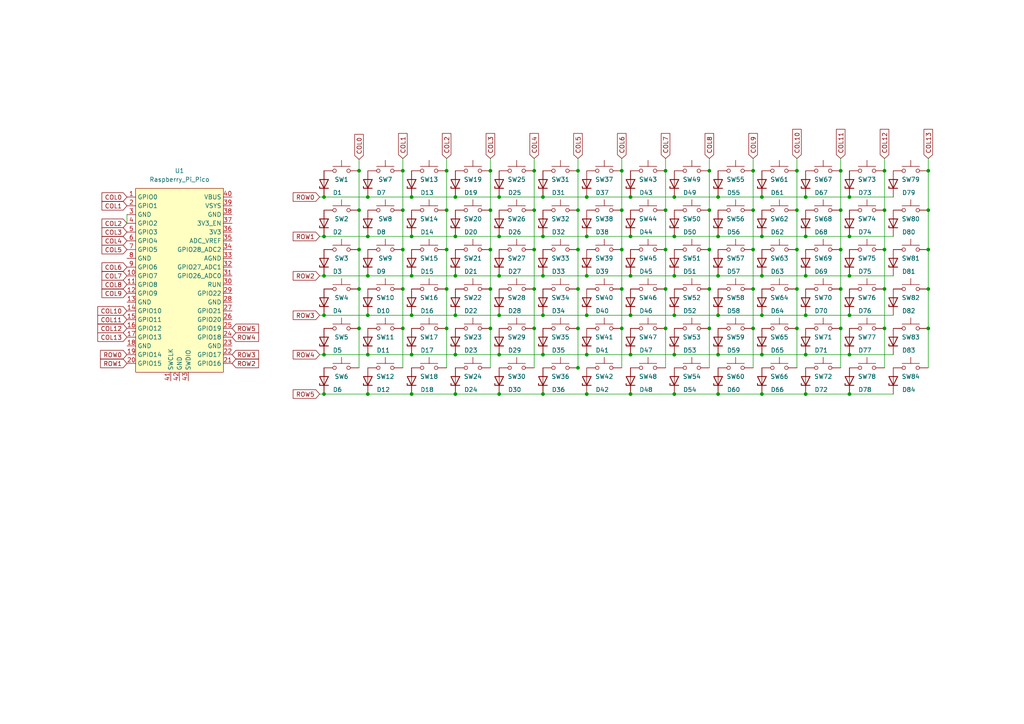
<source format=kicad_sch>
(kicad_sch (version 20231120) (generator "eeschema") (generator_version "8.0")
  (paper "A4")
  (junction (at 243.84 95.25))
  (junction (at 256.54 83.82))
  (junction (at 93.98 114.3))
  (junction (at 154.94 60.96))
  (junction (at 142.24 72.39))
  (junction (at 180.34 83.82))
  (junction (at 218.44 49.53))
  (junction (at 243.84 49.53))
  (junction (at 104.14 49.53))
  (junction (at 231.14 72.39))
  (junction (at 129.54 60.96))
  (junction (at 106.68 114.3))
  (junction (at 157.48 114.3))
  (junction (at 119.38 68.58))
  (junction (at 205.74 83.82))
  (junction (at 119.38 114.3))
  (junction (at 218.44 60.96))
  (junction (at 170.18 68.58))
  (junction (at 116.84 72.39))
  (junction (at 233.68 114.3))
  (junction (at 193.04 83.82))
  (junction (at 132.08 102.87))
  (junction (at 132.08 68.58))
  (junction (at 182.88 114.3))
  (junction (at 205.74 95.25))
  (junction (at 233.68 91.44))
  (junction (at 154.94 72.39))
  (junction (at 231.14 60.96))
  (junction (at 157.48 91.44))
  (junction (at 180.34 95.25))
  (junction (at 182.88 80.01))
  (junction (at 104.14 95.25))
  (junction (at 205.74 49.53))
  (junction (at 205.74 72.39))
  (junction (at 231.14 95.25))
  (junction (at 167.64 95.25))
  (junction (at 167.64 60.96))
  (junction (at 116.84 49.53))
  (junction (at 119.38 57.15))
  (junction (at 231.14 83.82))
  (junction (at 246.38 102.87))
  (junction (at 144.78 114.3))
  (junction (at 116.84 83.82))
  (junction (at 193.04 49.53))
  (junction (at 167.64 49.53))
  (junction (at 132.08 80.01))
  (junction (at 106.68 68.58))
  (junction (at 233.68 80.01))
  (junction (at 157.48 57.15))
  (junction (at 167.64 83.82))
  (junction (at 208.28 80.01))
  (junction (at 129.54 83.82))
  (junction (at 246.38 57.15))
  (junction (at 144.78 102.87))
  (junction (at 119.38 80.01))
  (junction (at 170.18 114.3))
  (junction (at 246.38 114.3))
  (junction (at 256.54 72.39))
  (junction (at 208.28 114.3))
  (junction (at 208.28 91.44))
  (junction (at 182.88 68.58))
  (junction (at 180.34 60.96))
  (junction (at 193.04 60.96))
  (junction (at 144.78 57.15))
  (junction (at 154.94 83.82))
  (junction (at 208.28 57.15))
  (junction (at 243.84 83.82))
  (junction (at 220.98 91.44))
  (junction (at 157.48 102.87))
  (junction (at 93.98 57.15))
  (junction (at 233.68 68.58))
  (junction (at 167.64 72.39))
  (junction (at 129.54 95.25))
  (junction (at 144.78 68.58))
  (junction (at 193.04 72.39))
  (junction (at 246.38 68.58))
  (junction (at 256.54 60.96))
  (junction (at 233.68 57.15))
  (junction (at 116.84 95.25))
  (junction (at 119.38 91.44))
  (junction (at 195.58 80.01))
  (junction (at 170.18 102.87))
  (junction (at 144.78 80.01))
  (junction (at 154.94 95.25))
  (junction (at 193.04 95.25))
  (junction (at 182.88 102.87))
  (junction (at 269.24 49.53))
  (junction (at 93.98 102.87))
  (junction (at 106.68 102.87))
  (junction (at 170.18 91.44))
  (junction (at 93.98 80.01))
  (junction (at 104.14 83.82))
  (junction (at 195.58 68.58))
  (junction (at 116.84 60.96))
  (junction (at 195.58 102.87))
  (junction (at 195.58 57.15))
  (junction (at 220.98 114.3))
  (junction (at 132.08 57.15))
  (junction (at 157.48 80.01))
  (junction (at 170.18 80.01))
  (junction (at 208.28 102.87))
  (junction (at 220.98 68.58))
  (junction (at 180.34 72.39))
  (junction (at 119.38 102.87))
  (junction (at 142.24 60.96))
  (junction (at 182.88 91.44))
  (junction (at 220.98 102.87))
  (junction (at 154.94 49.53))
  (junction (at 195.58 114.3))
  (junction (at 269.24 95.25))
  (junction (at 218.44 95.25))
  (junction (at 132.08 91.44))
  (junction (at 205.74 60.96))
  (junction (at 231.14 49.53))
  (junction (at 218.44 83.82))
  (junction (at 246.38 91.44))
  (junction (at 269.24 72.39))
  (junction (at 106.68 91.44))
  (junction (at 243.84 60.96))
  (junction (at 144.78 91.44))
  (junction (at 208.28 68.58))
  (junction (at 269.24 83.82))
  (junction (at 233.68 102.87))
  (junction (at 218.44 72.39))
  (junction (at 170.18 57.15))
  (junction (at 129.54 49.53))
  (junction (at 93.98 68.58))
  (junction (at 93.98 91.44))
  (junction (at 132.08 114.3))
  (junction (at 256.54 49.53))
  (junction (at 243.84 72.39))
  (junction (at 195.58 91.44))
  (junction (at 104.14 72.39))
  (junction (at 269.24 60.96))
  (junction (at 142.24 95.25))
  (junction (at 180.34 49.53))
  (junction (at 104.14 60.96))
  (junction (at 256.54 95.25))
  (junction (at 106.68 57.15))
  (junction (at 246.38 80.01))
  (junction (at 142.24 83.82))
  (junction (at 220.98 80.01))
  (junction (at 182.88 57.15))
  (junction (at 106.68 80.01))
  (junction (at 167.64 106.68))
  (junction (at 129.54 72.39))
  (junction (at 142.24 49.53))
  (junction (at 157.48 68.58))
  (junction (at 220.98 57.15))
  (wire (pts (xy 182.88 68.58) (xy 195.58 68.58)))
  (wire (pts (xy 205.74 83.82) (xy 205.74 95.25)))
  (wire (pts (xy 195.58 114.3) (xy 208.28 114.3)))
  (wire (pts (xy 243.84 72.39) (xy 243.84 83.82)))
  (wire (pts (xy 193.04 45.974) (xy 193.04 49.53)))
  (wire (pts (xy 154.94 49.53) (xy 154.94 60.96)))
  (wire (pts (xy 157.48 102.87) (xy 170.18 102.87)))
  (wire (pts (xy 231.14 83.82) (xy 231.14 95.25)))
  (wire (pts (xy 106.68 102.87) (xy 119.38 102.87)))
  (wire (pts (xy 116.84 45.974) (xy 116.84 49.53)))
  (wire (pts (xy 220.98 68.58) (xy 233.68 68.58)))
  (wire (pts (xy 269.24 49.53) (xy 269.24 60.96)))
  (wire (pts (xy 132.08 80.01) (xy 144.78 80.01)))
  (wire (pts (xy 195.58 57.15) (xy 208.28 57.15)))
  (wire (pts (xy 93.98 57.15) (xy 106.68 57.15)))
  (wire (pts (xy 93.98 114.3) (xy 106.68 114.3)))
  (wire (pts (xy 208.28 68.58) (xy 220.98 68.58)))
  (wire (pts (xy 180.34 49.53) (xy 180.34 60.96)))
  (wire (pts (xy 132.08 57.15) (xy 144.78 57.15)))
  (wire (pts (xy 231.14 60.96) (xy 231.14 72.39)))
  (wire (pts (xy 116.84 60.96) (xy 116.84 72.39)))
  (wire (pts (xy 119.38 102.87) (xy 132.08 102.87)))
  (wire (pts (xy 256.54 83.82) (xy 256.54 95.25)))
  (wire (pts (xy 195.58 80.01) (xy 208.28 80.01)))
  (wire (pts (xy 195.58 102.87) (xy 208.28 102.87)))
  (wire (pts (xy 246.38 80.01) (xy 259.08 80.01)))
  (wire (pts (xy 92.71 102.87) (xy 93.98 102.87)))
  (wire (pts (xy 256.54 72.39) (xy 256.54 83.82)))
  (wire (pts (xy 269.24 83.82) (xy 269.24 95.25)))
  (wire (pts (xy 129.54 45.974) (xy 129.54 49.53)))
  (wire (pts (xy 205.74 49.53) (xy 205.74 60.96)))
  (wire (pts (xy 208.28 91.44) (xy 220.98 91.44)))
  (wire (pts (xy 231.14 72.39) (xy 231.14 83.82)))
  (wire (pts (xy 104.14 72.39) (xy 104.14 83.82)))
  (wire (pts (xy 246.38 91.44) (xy 259.08 91.44)))
  (wire (pts (xy 180.34 95.25) (xy 180.34 106.68)))
  (wire (pts (xy 180.34 60.96) (xy 180.34 72.39)))
  (wire (pts (xy 205.74 45.974) (xy 205.74 49.53)))
  (wire (pts (xy 129.54 72.39) (xy 129.54 83.82)))
  (wire (pts (xy 170.18 102.87) (xy 182.88 102.87)))
  (wire (pts (xy 119.38 80.01) (xy 132.08 80.01)))
  (wire (pts (xy 208.28 114.3) (xy 220.98 114.3)))
  (wire (pts (xy 144.78 80.01) (xy 157.48 80.01)))
  (wire (pts (xy 93.98 102.87) (xy 106.68 102.87)))
  (wire (pts (xy 157.48 114.3) (xy 170.18 114.3)))
  (wire (pts (xy 269.24 95.25) (xy 269.24 106.68)))
  (wire (pts (xy 116.84 49.53) (xy 116.84 60.96)))
  (wire (pts (xy 170.18 68.58) (xy 182.88 68.58)))
  (wire (pts (xy 119.38 68.58) (xy 132.08 68.58)))
  (wire (pts (xy 233.68 68.58) (xy 246.38 68.58)))
  (wire (pts (xy 157.48 80.01) (xy 170.18 80.01)))
  (wire (pts (xy 218.44 49.53) (xy 218.44 60.96)))
  (wire (pts (xy 231.14 95.25) (xy 231.14 106.68)))
  (wire (pts (xy 231.14 49.53) (xy 231.14 60.96)))
  (wire (pts (xy 231.14 45.974) (xy 231.14 49.53)))
  (wire (pts (xy 180.34 72.39) (xy 180.34 83.82)))
  (wire (pts (xy 269.24 72.39) (xy 269.24 83.82)))
  (wire (pts (xy 233.68 91.44) (xy 246.38 91.44)))
  (wire (pts (xy 167.64 45.974) (xy 167.64 49.53)))
  (wire (pts (xy 154.94 72.39) (xy 154.94 83.82)))
  (wire (pts (xy 157.48 57.15) (xy 170.18 57.15)))
  (wire (pts (xy 132.08 68.58) (xy 144.78 68.58)))
  (wire (pts (xy 243.84 83.82) (xy 243.84 95.25)))
  (wire (pts (xy 246.38 57.15) (xy 259.08 57.15)))
  (wire (pts (xy 104.14 60.96) (xy 104.14 72.39)))
  (wire (pts (xy 157.48 91.44) (xy 170.18 91.44)))
  (wire (pts (xy 170.18 91.44) (xy 182.88 91.44)))
  (wire (pts (xy 92.71 68.58) (xy 93.98 68.58)))
  (wire (pts (xy 142.24 72.39) (xy 142.24 83.82)))
  (wire (pts (xy 154.94 60.96) (xy 154.94 72.39)))
  (wire (pts (xy 119.38 91.44) (xy 132.08 91.44)))
  (wire (pts (xy 93.98 80.01) (xy 106.68 80.01)))
  (wire (pts (xy 167.64 106.68) (xy 167.64 106.934)))
  (wire (pts (xy 154.94 45.974) (xy 154.94 49.53)))
  (wire (pts (xy 36.83 64.77) (xy 36.83 62.23)))
  (wire (pts (xy 193.04 95.25) (xy 193.04 106.68)))
  (wire (pts (xy 195.58 91.44) (xy 208.28 91.44)))
  (wire (pts (xy 243.84 95.25) (xy 243.84 106.68)))
  (wire (pts (xy 119.38 57.15) (xy 132.08 57.15)))
  (wire (pts (xy 93.98 91.44) (xy 106.68 91.44)))
  (wire (pts (xy 256.54 60.96) (xy 256.54 72.39)))
  (wire (pts (xy 205.74 95.25) (xy 205.74 106.68)))
  (wire (pts (xy 154.94 95.25) (xy 154.94 106.68)))
  (wire (pts (xy 218.44 45.974) (xy 218.44 49.53)))
  (wire (pts (xy 144.78 68.58) (xy 157.48 68.58)))
  (wire (pts (xy 246.38 68.58) (xy 259.08 68.58)))
  (wire (pts (xy 142.24 49.53) (xy 142.24 60.96)))
  (wire (pts (xy 205.74 72.39) (xy 205.74 83.82)))
  (wire (pts (xy 233.68 80.01) (xy 246.38 80.01)))
  (wire (pts (xy 92.71 91.44) (xy 93.98 91.44)))
  (wire (pts (xy 218.44 72.39) (xy 218.44 83.82)))
  (wire (pts (xy 104.14 46.228) (xy 104.14 49.53)))
  (wire (pts (xy 269.24 45.974) (xy 269.24 49.53)))
  (wire (pts (xy 218.44 60.96) (xy 218.44 72.39)))
  (wire (pts (xy 167.64 49.53) (xy 167.64 60.96)))
  (wire (pts (xy 129.54 60.96) (xy 129.54 72.39)))
  (wire (pts (xy 104.14 95.25) (xy 104.14 106.68)))
  (wire (pts (xy 220.98 102.87) (xy 233.68 102.87)))
  (wire (pts (xy 182.88 80.01) (xy 195.58 80.01)))
  (wire (pts (xy 142.24 60.96) (xy 142.24 72.39)))
  (wire (pts (xy 167.64 83.82) (xy 167.64 95.25)))
  (wire (pts (xy 106.68 91.44) (xy 119.38 91.44)))
  (wire (pts (xy 243.84 45.974) (xy 243.84 49.53)))
  (wire (pts (xy 144.78 114.3) (xy 157.48 114.3)))
  (wire (pts (xy 182.88 57.15) (xy 195.58 57.15)))
  (wire (pts (xy 144.78 102.87) (xy 157.48 102.87)))
  (wire (pts (xy 170.18 114.3) (xy 182.88 114.3)))
  (wire (pts (xy 132.08 102.87) (xy 144.78 102.87)))
  (wire (pts (xy 233.68 114.3) (xy 246.38 114.3)))
  (wire (pts (xy 154.94 83.82) (xy 154.94 95.25)))
  (wire (pts (xy 116.84 72.39) (xy 116.84 83.82)))
  (wire (pts (xy 246.38 114.3) (xy 259.08 114.3)))
  (wire (pts (xy 170.18 57.15) (xy 182.88 57.15)))
  (wire (pts (xy 167.64 60.96) (xy 167.64 72.39)))
  (wire (pts (xy 220.98 114.3) (xy 233.68 114.3)))
  (wire (pts (xy 142.24 45.974) (xy 142.24 49.53)))
  (wire (pts (xy 104.14 49.53) (xy 104.14 60.96)))
  (wire (pts (xy 104.14 83.82) (xy 104.14 95.25)))
  (wire (pts (xy 142.24 83.82) (xy 142.24 95.25)))
  (wire (pts (xy 144.78 57.15) (xy 157.48 57.15)))
  (wire (pts (xy 106.68 68.58) (xy 119.38 68.58)))
  (wire (pts (xy 167.64 95.25) (xy 167.64 106.68)))
  (wire (pts (xy 208.28 57.15) (xy 220.98 57.15)))
  (wire (pts (xy 92.71 80.01) (xy 93.98 80.01)))
  (wire (pts (xy 129.54 49.53) (xy 129.54 60.96)))
  (wire (pts (xy 92.71 114.3) (xy 93.98 114.3)))
  (wire (pts (xy 180.34 45.974) (xy 180.34 49.53)))
  (wire (pts (xy 106.68 114.3) (xy 119.38 114.3)))
  (wire (pts (xy 208.28 102.87) (xy 220.98 102.87)))
  (wire (pts (xy 218.44 95.25) (xy 218.44 106.68)))
  (wire (pts (xy 246.38 102.87) (xy 259.08 102.87)))
  (wire (pts (xy 106.68 57.15) (xy 119.38 57.15)))
  (wire (pts (xy 243.84 60.96) (xy 243.84 72.39)))
  (wire (pts (xy 129.54 83.82) (xy 129.54 95.25)))
  (wire (pts (xy 269.24 60.96) (xy 269.24 72.39)))
  (wire (pts (xy 220.98 80.01) (xy 233.68 80.01)))
  (wire (pts (xy 93.98 68.58) (xy 106.68 68.58)))
  (wire (pts (xy 132.08 91.44) (xy 144.78 91.44)))
  (wire (pts (xy 233.68 102.87) (xy 246.38 102.87)))
  (wire (pts (xy 180.34 83.82) (xy 180.34 95.25)))
  (wire (pts (xy 167.64 72.39) (xy 167.64 83.82)))
  (wire (pts (xy 256.54 49.53) (xy 256.54 60.96)))
  (wire (pts (xy 193.04 72.39) (xy 193.04 83.82)))
  (wire (pts (xy 220.98 91.44) (xy 233.68 91.44)))
  (wire (pts (xy 220.98 57.15) (xy 233.68 57.15)))
  (wire (pts (xy 119.38 114.3) (xy 132.08 114.3)))
  (wire (pts (xy 218.44 83.82) (xy 218.44 95.25)))
  (wire (pts (xy 92.71 57.15) (xy 93.98 57.15)))
  (wire (pts (xy 182.88 114.3) (xy 195.58 114.3)))
  (wire (pts (xy 182.88 102.87) (xy 195.58 102.87)))
  (wire (pts (xy 193.04 60.96) (xy 193.04 72.39)))
  (wire (pts (xy 144.78 91.44) (xy 157.48 91.44)))
  (wire (pts (xy 132.08 114.3) (xy 144.78 114.3)))
  (wire (pts (xy 193.04 49.53) (xy 193.04 60.96)))
  (wire (pts (xy 157.48 68.58) (xy 170.18 68.58)))
  (wire (pts (xy 170.18 80.01) (xy 182.88 80.01)))
  (wire (pts (xy 193.04 83.82) (xy 193.04 95.25)))
  (wire (pts (xy 195.58 68.58) (xy 208.28 68.58)))
  (wire (pts (xy 116.84 95.25) (xy 116.84 106.68)))
  (wire (pts (xy 106.68 80.01) (xy 119.38 80.01)))
  (wire (pts (xy 129.54 95.25) (xy 129.54 106.68)))
  (wire (pts (xy 182.88 91.44) (xy 195.58 91.44)))
  (wire (pts (xy 243.84 49.53) (xy 243.84 60.96)))
  (wire (pts (xy 256.54 95.25) (xy 256.54 106.68)))
  (wire (pts (xy 116.84 83.82) (xy 116.84 95.25)))
  (wire (pts (xy 205.74 60.96) (xy 205.74 72.39)))
  (wire (pts (xy 208.28 80.01) (xy 220.98 80.01)))
  (wire (pts (xy 142.24 95.25) (xy 142.24 106.68)))
  (wire (pts (xy 233.68 57.15) (xy 246.38 57.15)))
  (wire (pts (xy 256.54 45.974) (xy 256.54 49.53)))
  (global_label "ROW3" (shape input) (at 92.71 91.44 180) (property "Intersheetrefs" "${INTERSHEET_REFS}" (effects (hide yes))))
  (global_label "COL0" (shape input) (at 36.83 57.15 180) (property "Intersheetrefs" "${INTERSHEET_REFS}" (effects (hide yes))))
  (global_label "COL8" (shape input) (at 205.74 45.974 90) (property "Intersheetrefs" "${INTERSHEET_REFS}" (effects (hide yes))))
  (global_label "COL6" (shape input) (at 36.83 77.47 180) (property "Intersheetrefs" "${INTERSHEET_REFS}" (effects (hide yes))))
  (global_label "ROW4" (shape input) (at 67.31 97.79 0) (property "Intersheetrefs" "${INTERSHEET_REFS}" (effects (hide yes))))
  (global_label "COL2" (shape input) (at 36.83 64.77 180) (property "Intersheetrefs" "${INTERSHEET_REFS}" (effects (hide yes))))
  (global_label "COL8" (shape input) (at 36.83 82.55 180) (property "Intersheetrefs" "${INTERSHEET_REFS}" (effects (hide yes))))
  (global_label "COL9" (shape input) (at 218.44 45.974 90) (property "Intersheetrefs" "${INTERSHEET_REFS}" (effects (hide yes))))
  (global_label "COL11" (shape input) (at 36.83 92.71 180) (property "Intersheetrefs" "${INTERSHEET_REFS}" (effects (hide yes))))
  (global_label "ROW1" (shape input) (at 36.83 105.41 180) (property "Intersheetrefs" "${INTERSHEET_REFS}" (effects (hide yes))))
  (global_label "COL0" (shape input) (at 104.14 46.228 90) (property "Intersheetrefs" "${INTERSHEET_REFS}" (effects (hide yes))))
  (global_label "COL9" (shape input) (at 36.83 85.09 180) (property "Intersheetrefs" "${INTERSHEET_REFS}" (effects (hide yes))))
  (global_label "COL1" (shape input) (at 36.83 59.69 180) (property "Intersheetrefs" "${INTERSHEET_REFS}" (effects (hide yes))))
  (global_label "ROW4" (shape input) (at 92.71 102.87 180) (property "Intersheetrefs" "${INTERSHEET_REFS}" (effects (hide yes))))
  (global_label "ROW1" (shape input) (at 92.71 68.58 180) (property "Intersheetrefs" "${INTERSHEET_REFS}" (effects (hide yes))))
  (global_label "COL4" (shape input) (at 36.83 69.85 180) (property "Intersheetrefs" "${INTERSHEET_REFS}" (effects (hide yes))))
  (global_label "COL4" (shape input) (at 154.94 45.974 90) (property "Intersheetrefs" "${INTERSHEET_REFS}" (effects (hide yes))))
  (global_label "COL6" (shape input) (at 180.34 45.974 90) (property "Intersheetrefs" "${INTERSHEET_REFS}" (effects (hide yes))))
  (global_label "COL12" (shape input) (at 36.83 95.25 180) (property "Intersheetrefs" "${INTERSHEET_REFS}" (effects (hide yes))))
  (global_label "COL10" (shape input) (at 36.83 90.17 180) (property "Intersheetrefs" "${INTERSHEET_REFS}" (effects (hide yes))))
  (global_label "ROW5" (shape input) (at 67.31 95.25 0) (property "Intersheetrefs" "${INTERSHEET_REFS}" (effects (hide yes))))
  (global_label "COL13" (shape input) (at 269.24 45.974 90) (property "Intersheetrefs" "${INTERSHEET_REFS}" (effects (hide yes))))
  (global_label "ROW0" (shape input) (at 92.71 57.15 180) (property "Intersheetrefs" "${INTERSHEET_REFS}" (effects (hide yes))))
  (global_label "ROW2" (shape input) (at 92.71 80.01 180) (property "Intersheetrefs" "${INTERSHEET_REFS}" (effects (hide yes))))
  (global_label "ROW2" (shape input) (at 67.31 105.41 0) (property "Intersheetrefs" "${INTERSHEET_REFS}" (effects (hide yes))))
  (global_label "ROW0" (shape input) (at 36.83 102.87 180) (property "Intersheetrefs" "${INTERSHEET_REFS}" (effects (hide yes))))
  (global_label "COL3" (shape input) (at 36.83 67.31 180) (property "Intersheetrefs" "${INTERSHEET_REFS}" (effects (hide yes))))
  (global_label "COL1" (shape input) (at 116.84 45.974 90) (property "Intersheetrefs" "${INTERSHEET_REFS}" (effects (hide yes))))
  (global_label "COL11" (shape input) (at 243.84 45.974 90) (property "Intersheetrefs" "${INTERSHEET_REFS}" (effects (hide yes))))
  (global_label "COL5" (shape input) (at 36.83 72.39 180) (property "Intersheetrefs" "${INTERSHEET_REFS}" (effects (hide yes))))
  (global_label "COL7" (shape input) (at 193.04 45.974 90) (property "Intersheetrefs" "${INTERSHEET_REFS}" (effects (hide yes))))
  (global_label "COL5" (shape input) (at 167.64 45.974 90) (property "Intersheetrefs" "${INTERSHEET_REFS}" (effects (hide yes))))
  (global_label "COL12" (shape input) (at 256.54 45.974 90) (property "Intersheetrefs" "${INTERSHEET_REFS}" (effects (hide yes))))
  (global_label "ROW5" (shape input) (at 92.71 114.3 180) (property "Intersheetrefs" "${INTERSHEET_REFS}" (effects (hide yes))))
  (global_label "COL3" (shape input) (at 142.24 45.974 90) (property "Intersheetrefs" "${INTERSHEET_REFS}" (effects (hide yes))))
  (global_label "COL13" (shape input) (at 36.83 97.79 180) (property "Intersheetrefs" "${INTERSHEET_REFS}" (effects (hide yes))))
  (global_label "COL2" (shape input) (at 129.54 45.974 90) (property "Intersheetrefs" "${INTERSHEET_REFS}" (effects (hide yes))))
  (global_label "ROW3" (shape input) (at 67.31 102.87 0) (property "Intersheetrefs" "${INTERSHEET_REFS}" (effects (hide yes))))
  (global_label "COL10" (shape input) (at 231.14 45.974 90) (property "Intersheetrefs" "${INTERSHEET_REFS}" (effects (hide yes))))
  (global_label "COL7" (shape input) (at 36.83 80.01 180) (property "Intersheetrefs" "${INTERSHEET_REFS}" (effects (hide yes))))
  (symbol (lib_id "Switch:SW_Push") (at 251.46 83.82 0) (unit 1)
    (property "Reference" "SW76" (at 251.46 86.36 0))
    (property "Value" "Push" (effects (hide yes)))
    (property "Footprint" "Gateron_KS33_Solderable:Gateron-KS33-Solderable-1U" (effects (hide yes)))
  )
  (symbol (lib_id "Diode:1N47xxA") (at 208.28 76.2 90) (unit 1)
    (property "Reference" "D57" (at 210.82 78.74 90) (effects (justify right)))
    (property "Value" "1N47xxA" (effects (hide yes)))
    (property "Footprint" "ScottoKeebs_Components:Diode_SOD-123" (effects (hide yes)))
    (property "Datasheet" "https://www.vishay.com/docs/85816/1n4728a.pdf" (effects (hide yes)))
  )
  (symbol (lib_id "Switch:SW_Push") (at 175.26 49.53 0) (unit 1)
    (property "Reference" "SW37" (at 175.26 52.07 0))
    (property "Value" "Push" (effects (hide yes)))
    (property "Footprint" "Gateron_KS33_Solderable:Gateron-KS33-Solderable-1U" (effects (hide yes)))
  )
  (symbol (lib_id "Diode:1N47xxA") (at 208.28 110.49 90) (unit 1)
    (property "Reference" "D60" (at 210.82 113.03 90) (effects (justify right)))
    (property "Value" "1N47xxA" (effects (hide yes)))
    (property "Footprint" "ScottoKeebs_Components:Diode_SOD-123" (effects (hide yes)))
    (property "Datasheet" "https://www.vishay.com/docs/85816/1n4728a.pdf" (effects (hide yes)))
  )
  (symbol (lib_id "Diode:1N47xxA") (at 119.38 110.49 90) (unit 1)
    (property "Reference" "D18" (at 121.92 113.03 90) (effects (justify right)))
    (property "Value" "1N47xxA" (effects (hide yes)))
    (property "Footprint" "ScottoKeebs_Components:Diode_SOD-123" (effects (hide yes)))
    (property "Datasheet" "https://www.vishay.com/docs/85816/1n4728a.pdf" (effects (hide yes)))
  )
  (symbol (lib_id "Switch:SW_Push") (at 187.96 95.25 0) (unit 1)
    (property "Reference" "SW47" (at 187.96 97.79 0))
    (property "Value" "Push" (effects (hide yes)))
    (property "Footprint" "Gateron_KS33_Solderable:Gateron-KS33-Solderable-1U" (effects (hide yes)))
  )
  (symbol (lib_id "Switch:SW_Push") (at 149.86 83.82 0) (unit 1)
    (property "Reference" "SW28" (at 149.86 86.36 0))
    (property "Value" "Push" (effects (hide yes)))
    (property "Footprint" "Gateron_KS33_Solderable:Gateron-KS33-Solderable-1U" (effects (hide yes)))
  )
  (symbol (lib_id "Switch:SW_Push") (at 162.56 106.68 0) (unit 1)
    (property "Reference" "SW36" (at 162.56 109.22 0))
    (property "Value" "Push" (effects (hide yes)))
    (property "Footprint" "Gateron_KS33_Solderable:Gateron-KS33-Solderable-1U" (effects (hide yes)))
  )
  (symbol (lib_id "Diode:1N47xxA") (at 132.08 87.63 90) (unit 1)
    (property "Reference" "D22" (at 134.62 90.17 90) (effects (justify right)))
    (property "Value" "1N47xxA" (effects (hide yes)))
    (property "Footprint" "ScottoKeebs_Components:Diode_SOD-123" (effects (hide yes)))
    (property "Datasheet" "https://www.vishay.com/docs/85816/1n4728a.pdf" (effects (hide yes)))
  )
  (symbol (lib_id "Switch:SW_Push") (at 111.76 72.39 0) (unit 1)
    (property "Reference" "SW9" (at 111.76 74.93 0))
    (property "Value" "Push" (effects (hide yes)))
    (property "Footprint" "Gateron_KS33_Solderable:Gateron-KS33-Solderable-1U" (effects (hide yes)))
  )
  (symbol (lib_id "Switch:SW_Push") (at 238.76 49.53 0) (unit 1)
    (property "Reference" "SW67" (at 238.76 52.07 0))
    (property "Value" "Push" (effects (hide yes)))
    (property "Footprint" "Gateron_KS33_Solderable:Gateron-KS33-Solderable-1U" (effects (hide yes)))
  )
  (symbol (lib_id "Diode:1N47xxA") (at 106.68 99.06 90) (unit 1)
    (property "Reference" "D11" (at 109.22 101.6 90) (effects (justify right)))
    (property "Value" "1N47xxA" (effects (hide yes)))
    (property "Footprint" "ScottoKeebs_Components:Diode_SOD-123" (effects (hide yes)))
    (property "Datasheet" "https://www.vishay.com/docs/85816/1n4728a.pdf" (effects (hide yes)))
  )
  (symbol (lib_id "Switch:SW_Push") (at 238.76 106.68 0) (unit 1)
    (property "Reference" "SW72" (at 238.76 109.22 0))
    (property "Value" "Push" (effects (hide yes)))
    (property "Footprint" "Gateron_KS33_Solderable:Gateron-KS33-Solderable-1U" (effects (hide yes)))
  )
  (symbol (lib_id "Diode:1N47xxA") (at 246.38 76.2 90) (unit 1)
    (property "Reference" "D75" (at 248.92 78.74 90) (effects (justify right)))
    (property "Value" "1N47xxA" (effects (hide yes)))
    (property "Footprint" "ScottoKeebs_Components:Diode_SOD-123" (effects (hide yes)))
    (property "Datasheet" "https://www.vishay.com/docs/85816/1n4728a.pdf" (effects (hide yes)))
  )
  (symbol (lib_id "Diode:1N47xxA") (at 144.78 76.2 90) (unit 1)
    (property "Reference" "D27" (at 147.32 78.74 90) (effects (justify right)))
    (property "Value" "1N47xxA" (effects (hide yes)))
    (property "Footprint" "ScottoKeebs_Components:Diode_SOD-123" (effects (hide yes)))
    (property "Datasheet" "https://www.vishay.com/docs/85816/1n4728a.pdf" (effects (hide yes)))
  )
  (symbol (lib_id "Switch:SW_Push") (at 111.76 95.25 0) (unit 1)
    (property "Reference" "SW11" (at 111.76 97.79 0))
    (property "Value" "Push" (effects (hide yes)))
    (property "Footprint" "Gateron_KS33_Solderable:Gateron-KS33-Solderable-1U" (effects (hide yes)))
  )
  (symbol (lib_id "Switch:SW_Push") (at 213.36 60.96 0) (unit 1)
    (property "Reference" "SW56" (at 213.36 63.5 0))
    (property "Value" "Push" (effects (hide yes)))
    (property "Footprint" "Gateron_KS33_Solderable:Gateron-KS33-Solderable-1U" (effects (hide yes)))
  )
  (symbol (lib_id "Switch:SW_Push") (at 99.06 95.25 0) (unit 1)
    (property "Reference" "SW5" (at 99.06 97.79 0))
    (property "Value" "Push" (effects (hide yes)))
    (property "Footprint" "Gateron_KS33_Solderable:Gateron-KS33-Solderable-1U" (effects (hide yes)))
  )
  (symbol (lib_id "Diode:1N47xxA") (at 233.68 110.49 90) (unit 1)
    (property "Reference" "D72" (at 236.22 113.03 90) (effects (justify right)))
    (property "Value" "1N47xxA" (effects (hide yes)))
    (property "Footprint" "ScottoKeebs_Components:Diode_SOD-123" (effects (hide yes)))
    (property "Datasheet" "https://www.vishay.com/docs/85816/1n4728a.pdf" (effects (hide yes)))
  )
  (symbol (lib_id "Switch:SW_Push") (at 187.96 60.96 0) (unit 1)
    (property "Reference" "SW44" (at 187.96 63.5 0))
    (property "Value" "Push" (effects (hide yes)))
    (property "Footprint" "Gateron_KS33_Solderable:Gateron-KS33-Solderable-1U" (effects (hide yes)))
  )
  (symbol (lib_id "Switch:SW_Push") (at 99.06 60.96 0) (unit 1)
    (property "Reference" "SW2" (at 99.06 63.5 0))
    (property "Value" "Push" (effects (hide yes)))
    (property "Footprint" "Gateron_KS33_Solderable:Gateron-KS33-Solderable-1U" (effects (hide yes)))
  )
  (symbol (lib_id "Diode:1N47xxA") (at 195.58 99.06 90) (unit 1)
    (property "Reference" "D53" (at 198.12 101.6 90) (effects (justify right)))
    (property "Value" "1N47xxA" (effects (hide yes)))
    (property "Footprint" "ScottoKeebs_Components:Diode_SOD-123" (effects (hide yes)))
    (property "Datasheet" "https://www.vishay.com/docs/85816/1n4728a.pdf" (effects (hide yes)))
  )
  (symbol (lib_id "Diode:1N47xxA") (at 170.18 64.77 90) (unit 1)
    (property "Reference" "D38" (at 172.72 67.31 90) (effects (justify right)))
    (property "Value" "1N47xxA" (effects (hide yes)))
    (property "Footprint" "ScottoKeebs_Components:Diode_SOD-123" (effects (hide yes)))
    (property "Datasheet" "https://www.vishay.com/docs/85816/1n4728a.pdf" (effects (hide yes)))
  )
  (symbol (lib_id "Diode:1N47xxA") (at 246.38 64.77 90) (unit 1)
    (property "Reference" "D74" (at 248.92 67.31 90) (effects (justify right)))
    (property "Value" "1N47xxA" (effects (hide yes)))
    (property "Footprint" "ScottoKeebs_Components:Diode_SOD-123" (effects (hide yes)))
    (property "Datasheet" "https://www.vishay.com/docs/85816/1n4728a.pdf" (effects (hide yes)))
  )
  (symbol (lib_id "Diode:1N47xxA") (at 246.38 87.63 90) (unit 1)
    (property "Reference" "D76" (at 248.92 90.17 90) (effects (justify right)))
    (property "Value" "1N47xxA" (effects (hide yes)))
    (property "Footprint" "ScottoKeebs_Components:Diode_SOD-123" (effects (hide yes)))
    (property "Datasheet" "https://www.vishay.com/docs/85816/1n4728a.pdf" (effects (hide yes)))
  )
  (symbol (lib_id "Switch:SW_Push") (at 226.06 72.39 0) (unit 1)
    (property "Reference" "SW63" (at 226.06 74.93 0))
    (property "Value" "Push" (effects (hide yes)))
    (property "Footprint" "Gateron_KS33_Solderable:Gateron-KS33-Solderable-1U" (effects (hide yes)))
  )
  (symbol (lib_id "Diode:1N47xxA") (at 132.08 53.34 90) (unit 1)
    (property "Reference" "D19" (at 134.62 55.88 90) (effects (justify right)))
    (property "Value" "1N47xxA" (effects (hide yes)))
    (property "Footprint" "ScottoKeebs_Components:Diode_SOD-123" (effects (hide yes)))
    (property "Datasheet" "https://www.vishay.com/docs/85816/1n4728a.pdf" (effects (hide yes)))
  )
  (symbol (lib_id "Switch:SW_Push") (at 226.06 95.25 0) (unit 1)
    (property "Reference" "SW65" (at 226.06 97.79 0))
    (property "Value" "Push" (effects (hide yes)))
    (property "Footprint" "Gateron_KS33_Solderable:Gateron-KS33-Solderable-1U" (effects (hide yes)))
  )
  (symbol (lib_id "Switch:SW_Push") (at 111.76 83.82 0) (unit 1)
    (property "Reference" "SW10" (at 111.76 86.36 0))
    (property "Value" "Push" (effects (hide yes)))
    (property "Footprint" "Gateron_KS33_Solderable:Gateron-KS33-Solderable-1U" (effects (hide yes)))
  )
  (symbol (lib_id "Diode:1N47xxA") (at 233.68 64.77 90) (unit 1)
    (property "Reference" "D68" (at 236.22 67.31 90) (effects (justify right)))
    (property "Value" "1N47xxA" (effects (hide yes)))
    (property "Footprint" "ScottoKeebs_Components:Diode_SOD-123" (effects (hide yes)))
    (property "Datasheet" "https://www.vishay.com/docs/85816/1n4728a.pdf" (effects (hide yes)))
  )
  (symbol (lib_id "Switch:SW_Push") (at 137.16 60.96 0) (unit 1)
    (property "Reference" "SW20" (at 137.16 63.5 0))
    (property "Value" "Push" (effects (hide yes)))
    (property "Footprint" "Gateron_KS33_Solderable:Gateron-KS33-Solderable-1U" (effects (hide yes)))
  )
  (symbol (lib_id "Diode:1N47xxA") (at 170.18 53.34 90) (unit 1)
    (property "Reference" "D37" (at 172.72 55.88 90) (effects (justify right)))
    (property "Value" "1N47xxA" (effects (hide yes)))
    (property "Footprint" "ScottoKeebs_Components:Diode_SOD-123" (effects (hide yes)))
    (property "Datasheet" "https://www.vishay.com/docs/85816/1n4728a.pdf" (effects (hide yes)))
  )
  (symbol (lib_id "Switch:SW_Push") (at 226.06 60.96 0) (unit 1)
    (property "Reference" "SW62" (at 226.06 63.5 0))
    (property "Value" "Push" (effects (hide yes)))
    (property "Footprint" "Gateron_KS33_Solderable:Gateron-KS33-Solderable-1U" (effects (hide yes)))
  )
  (symbol (lib_id "Switch:SW_Push") (at 264.16 60.96 0) (unit 1)
    (property "Reference" "SW80" (at 264.16 63.5 0))
    (property "Value" "Push" (effects (hide yes)))
    (property "Footprint" "Gateron_KS33_Solderable:Gateron-KS33-Solderable-1U" (effects (hide yes)))
  )
  (symbol (lib_id "ScottoKeebs:MCU_Raspberry_Pi_Pico") (at 52.07 81.28 0) (unit 1)
    (property "Reference" "U1" (at 52.07 49.53 0))
    (property "Value" "Raspberry_Pi_Pico" (at 52.07 52.07 0))
    (property "Footprint" "ScottoKeebs_MCU:Raspberry_Pi_Pico" (effects (hide yes)))
  )
  (symbol (lib_id "Diode:1N47xxA") (at 233.68 87.63 90) (unit 1)
    (property "Reference" "D70" (at 236.22 90.17 90) (effects (justify right)))
    (property "Value" "1N47xxA" (effects (hide yes)))
    (property "Footprint" "ScottoKeebs_Components:Diode_SOD-123" (effects (hide yes)))
    (property "Datasheet" "https://www.vishay.com/docs/85816/1n4728a.pdf" (effects (hide yes)))
  )
  (symbol (lib_id "Switch:SW_Push") (at 99.06 106.68 0) (unit 1)
    (property "Reference" "SW6" (at 99.06 109.22 0))
    (property "Value" "Push" (effects (hide yes)))
    (property "Footprint" "Gateron_KS33_Solderable:Gateron-KS33-Solderable-1U" (effects (hide yes)))
  )
  (symbol (lib_id "Switch:SW_Push") (at 226.06 83.82 0) (unit 1)
    (property "Reference" "SW64" (at 226.06 86.36 0))
    (property "Value" "Push" (effects (hide yes)))
    (property "Footprint" "Gateron_KS33_Solderable:Gateron-KS33-Solderable-1U" (effects (hide yes)))
  )
  (symbol (lib_id "Switch:SW_Push") (at 175.26 95.25 0) (unit 1)
    (property "Reference" "SW41" (at 175.26 97.79 0))
    (property "Value" "Push" (effects (hide yes)))
    (property "Footprint" "Gateron_KS33_Solderable:Gateron-KS33-Solderable-1U" (effects (hide yes)))
  )
  (symbol (lib_id "Switch:SW_Push") (at 264.16 49.53 0) (unit 1)
    (property "Reference" "SW79" (at 264.16 52.07 0))
    (property "Value" "Push" (effects (hide yes)))
    (property "Footprint" "Gateron_KS33_Solderable:Gateron-KS33-Solderable-1U" (effects (hide yes)))
  )
  (symbol (lib_id "Diode:1N47xxA") (at 132.08 64.77 90) (unit 1)
    (property "Reference" "D20" (at 134.62 67.31 90) (effects (justify right)))
    (property "Value" "1N47xxA" (effects (hide yes)))
    (property "Footprint" "ScottoKeebs_Components:Diode_SOD-123" (effects (hide yes)))
    (property "Datasheet" "https://www.vishay.com/docs/85816/1n4728a.pdf" (effects (hide yes)))
  )
  (symbol (lib_id "Diode:1N47xxA") (at 106.68 110.49 90) (unit 1)
    (property "Reference" "D12" (at 109.22 113.03 90) (effects (justify right)))
    (property "Value" "1N47xxA" (effects (hide yes)))
    (property "Footprint" "ScottoKeebs_Components:Diode_SOD-123" (effects (hide yes)))
    (property "Datasheet" "https://www.vishay.com/docs/85816/1n4728a.pdf" (effects (hide yes)))
  )
  (symbol (lib_id "Diode:1N47xxA") (at 220.98 76.2 90) (unit 1)
    (property "Reference" "D63" (at 223.52 78.74 90) (effects (justify right)))
    (property "Value" "1N47xxA" (effects (hide yes)))
    (property "Footprint" "ScottoKeebs_Components:Diode_SOD-123" (effects (hide yes)))
    (property "Datasheet" "https://www.vishay.com/docs/85816/1n4728a.pdf" (effects (hide yes)))
  )
  (symbol (lib_id "Diode:1N47xxA") (at 182.88 87.63 90) (unit 1)
    (property "Reference" "D46" (at 185.42 90.17 90) (effects (justify right)))
    (property "Value" "1N47xxA" (effects (hide yes)))
    (property "Footprint" "ScottoKeebs_Components:Diode_SOD-123" (effects (hide yes)))
    (property "Datasheet" "https://www.vishay.com/docs/85816/1n4728a.pdf" (effects (hide yes)))
  )
  (symbol (lib_id "Switch:SW_Push") (at 149.86 49.53 0) (unit 1)
    (property "Reference" "SW25" (at 149.86 52.07 0))
    (property "Value" "Push" (effects (hide yes)))
    (property "Footprint" "Gateron_KS33_Solderable:Gateron-KS33-Solderable-1U" (effects (hide yes)))
  )
  (symbol (lib_id "Switch:SW_Push") (at 200.66 72.39 0) (unit 1)
    (property "Reference" "SW51" (at 200.66 74.93 0))
    (property "Value" "Push" (effects (hide yes)))
    (property "Footprint" "Gateron_KS33_Solderable:Gateron-KS33-Solderable-1U" (effects (hide yes)))
  )
  (symbol (lib_id "Diode:1N47xxA") (at 220.98 110.49 90) (unit 1)
    (property "Reference" "D66" (at 223.52 113.03 90) (effects (justify right)))
    (property "Value" "1N47xxA" (effects (hide yes)))
    (property "Footprint" "ScottoKeebs_Components:Diode_SOD-123" (effects (hide yes)))
    (property "Datasheet" "https://www.vishay.com/docs/85816/1n4728a.pdf" (effects (hide yes)))
  )
  (symbol (lib_id "Diode:1N47xxA") (at 106.68 76.2 90) (unit 1)
    (property "Reference" "D9" (at 109.22 78.74 90) (effects (justify right)))
    (property "Value" "1N47xxA" (effects (hide yes)))
    (property "Footprint" "ScottoKeebs_Components:Diode_SOD-123" (effects (hide yes)))
    (property "Datasheet" "https://www.vishay.com/docs/85816/1n4728a.pdf" (effects (hide yes)))
  )
  (symbol (lib_id "Switch:SW_Push") (at 213.36 72.39 0) (unit 1)
    (property "Reference" "SW57" (at 213.36 74.93 0))
    (property "Value" "Push" (effects (hide yes)))
    (property "Footprint" "Gateron_KS33_Solderable:Gateron-KS33-Solderable-1U" (effects (hide yes)))
  )
  (symbol (lib_id "Switch:SW_Push") (at 124.46 95.25 0) (unit 1)
    (property "Reference" "SW17" (at 124.46 97.79 0))
    (property "Value" "Push" (effects (hide yes)))
    (property "Footprint" "Gateron_KS33_Solderable:Gateron-KS33-Solderable-1U" (effects (hide yes)))
  )
  (symbol (lib_id "Diode:1N47xxA") (at 93.98 99.06 90) (unit 1)
    (property "Reference" "D5" (at 96.52 101.6 90) (effects (justify right)))
    (property "Value" "1N47xxA" (effects (hide yes)))
    (property "Footprint" "ScottoKeebs_Components:Diode_SOD-123" (effects (hide yes)))
    (property "Datasheet" "https://www.vishay.com/docs/85816/1n4728a.pdf" (effects (hide yes)))
  )
  (symbol (lib_id "Switch:SW_Push") (at 264.16 95.25 0) (unit 1)
    (property "Reference" "SW83" (at 264.16 97.79 0))
    (property "Value" "Push" (effects (hide yes)))
    (property "Footprint" "Gateron_KS33_Solderable:Gateron-KS33-Solderable-1U" (effects (hide yes)))
  )
  (symbol (lib_id "Switch:SW_Push") (at 264.16 106.68 0) (unit 1)
    (property "Reference" "SW84" (at 264.16 109.22 0))
    (property "Value" "Push" (effects (hide yes)))
    (property "Footprint" "Gateron_KS33_Solderable:Gateron-KS33-Solderable-1U" (effects (hide yes)))
  )
  (symbol (lib_id "Switch:SW_Push") (at 99.06 83.82 0) (unit 1)
    (property "Reference" "SW4" (at 99.06 86.36 0))
    (property "Value" "Push" (effects (hide yes)))
    (property "Footprint" "Gateron_KS33_Solderable:Gateron-KS33-Solderable-1U" (effects (hide yes)))
  )
  (symbol (lib_id "Switch:SW_Push") (at 137.16 83.82 0) (unit 1)
    (property "Reference" "SW22" (at 137.16 86.36 0))
    (property "Value" "Push" (effects (hide yes)))
    (property "Footprint" "Gateron_KS33_Solderable:Gateron-KS33-Solderable-1U" (effects (hide yes)))
  )
  (symbol (lib_id "Diode:1N47xxA") (at 195.58 76.2 90) (unit 1)
    (property "Reference" "D51" (at 198.12 78.74 90) (effects (justify right)))
    (property "Value" "1N47xxA" (effects (hide yes)))
    (property "Footprint" "ScottoKeebs_Components:Diode_SOD-123" (effects (hide yes)))
    (property "Datasheet" "https://www.vishay.com/docs/85816/1n4728a.pdf" (effects (hide yes)))
  )
  (symbol (lib_id "Switch:SW_Push") (at 124.46 72.39 0) (unit 1)
    (property "Reference" "SW15" (at 124.46 74.93 0))
    (property "Value" "Push" (effects (hide yes)))
    (property "Footprint" "Gateron_KS33_Solderable:Gateron-KS33-Solderable-1U" (effects (hide yes)))
  )
  (symbol (lib_id "Switch:SW_Push") (at 124.46 106.68 0) (unit 1)
    (property "Reference" "SW18" (at 124.46 109.22 0))
    (property "Value" "Push" (effects (hide yes)))
    (property "Footprint" "Gateron_KS33_Solderable:Gateron-KS33-Solderable-1U" (effects (hide yes)))
  )
  (symbol (lib_id "Switch:SW_Push") (at 264.16 72.39 0) (unit 1)
    (property "Reference" "SW81" (at 264.16 74.93 0))
    (property "Value" "Push" (effects (hide yes)))
    (property "Footprint" "Gateron_KS33_Solderable:Gateron-KS33-Solderable-1U" (effects (hide yes)))
  )
  (symbol (lib_id "Diode:1N47xxA") (at 144.78 53.34 90) (unit 1)
    (property "Reference" "D25" (at 147.32 55.88 90) (effects (justify right)))
    (property "Value" "1N47xxA" (effects (hide yes)))
    (property "Footprint" "ScottoKeebs_Components:Diode_SOD-123" (effects (hide yes)))
    (property "Datasheet" "https://www.vishay.com/docs/85816/1n4728a.pdf" (effects (hide yes)))
  )
  (symbol (lib_id "Diode:1N47xxA") (at 170.18 110.49 90) (unit 1)
    (property "Reference" "D42" (at 172.72 113.03 90) (effects (justify right)))
    (property "Value" "1N47xxA" (effects (hide yes)))
    (property "Footprint" "ScottoKeebs_Components:Diode_SOD-123" (effects (hide yes)))
    (property "Datasheet" "https://www.vishay.com/docs/85816/1n4728a.pdf" (effects (hide yes)))
  )
  (symbol (lib_id "Switch:SW_Push") (at 137.16 49.53 0) (unit 1)
    (property "Reference" "SW19" (at 137.16 52.07 0))
    (property "Value" "Push" (effects (hide yes)))
    (property "Footprint" "Gateron_KS33_Solderable:Gateron-KS33-Solderable-1U" (effects (hide yes)))
  )
  (symbol (lib_id "Switch:SW_Push") (at 175.26 106.68 0) (unit 1)
    (property "Reference" "SW42" (at 175.26 109.22 0))
    (property "Value" "Push" (effects (hide yes)))
    (property "Footprint" "Gateron_KS33_Solderable:Gateron-KS33-Solderable-1U" (effects (hide yes)))
  )
  (symbol (lib_id "Switch:SW_Push") (at 111.76 106.68 0) (unit 1)
    (property "Reference" "SW12" (at 111.76 109.22 0))
    (property "Value" "Push" (effects (hide yes)))
    (property "Footprint" "Gateron_KS33_Solderable:Gateron-KS33-Solderable-1U" (effects (hide yes)))
  )
  (symbol (lib_id "Diode:1N47xxA") (at 119.38 64.77 90) (unit 1)
    (property "Reference" "D14" (at 121.92 67.31 90) (effects (justify right)))
    (property "Value" "1N47xxA" (effects (hide yes)))
    (property "Footprint" "ScottoKeebs_Components:Diode_SOD-123" (effects (hide yes)))
    (property "Datasheet" "https://www.vishay.com/docs/85816/1n4728a.pdf" (effects (hide yes)))
  )
  (symbol (lib_id "Diode:1N47xxA") (at 233.68 99.06 90) (unit 1)
    (property "Reference" "D71" (at 236.22 101.6 90) (effects (justify right)))
    (property "Value" "1N47xxA" (effects (hide yes)))
    (property "Footprint" "ScottoKeebs_Components:Diode_SOD-123" (effects (hide yes)))
    (property "Datasheet" "https://www.vishay.com/docs/85816/1n4728a.pdf" (effects (hide yes)))
  )
  (symbol (lib_id "Switch:SW_Push") (at 137.16 72.39 0) (unit 1)
    (property "Reference" "SW21" (at 137.16 74.93 0))
    (property "Value" "Push" (effects (hide yes)))
    (property "Footprint" "Gateron_KS33_Solderable:Gateron-KS33-Solderable-1U" (effects (hide yes)))
  )
  (symbol (lib_id "Switch:SW_Push") (at 200.66 83.82 0) (unit 1)
    (property "Reference" "SW52" (at 200.66 86.36 0))
    (property "Value" "Push" (effects (hide yes)))
    (property "Footprint" "Gateron_KS33_Solderable:Gateron-KS33-Solderable-1U" (effects (hide yes)))
  )
  (symbol (lib_id "Diode:1N47xxA") (at 220.98 64.77 90) (unit 1)
    (property "Reference" "D62" (at 223.52 67.31 90) (effects (justify right)))
    (property "Value" "1N47xxA" (effects (hide yes)))
    (property "Footprint" "ScottoKeebs_Components:Diode_SOD-123" (effects (hide yes)))
    (property "Datasheet" "https://www.vishay.com/docs/85816/1n4728a.pdf" (effects (hide yes)))
  )
  (symbol (lib_id "Switch:SW_Push") (at 213.36 49.53 0) (unit 1)
    (property "Reference" "SW55" (at 213.36 52.07 0))
    (property "Value" "Push" (effects (hide yes)))
    (property "Footprint" "Gateron_KS33_Solderable:Gateron-KS33-Solderable-1U" (effects (hide yes)))
  )
  (symbol (lib_id "Switch:SW_Push") (at 175.26 60.96 0) (unit 1)
    (property "Reference" "SW38" (at 175.26 63.5 0))
    (property "Value" "Push" (effects (hide yes)))
    (property "Footprint" "Gateron_KS33_Solderable:Gateron-KS33-Solderable-1U" (effects (hide yes)))
  )
  (symbol (lib_id "Switch:SW_Push") (at 187.96 106.68 0) (unit 1)
    (property "Reference" "SW48" (at 187.96 109.22 0))
    (property "Value" "Push" (effects (hide yes)))
    (property "Footprint" "Gateron_KS33_Solderable:Gateron-KS33-Solderable-1U" (effects (hide yes)))
  )
  (symbol (lib_id "Switch:SW_Push") (at 238.76 95.25 0) (unit 1)
    (property "Reference" "SW71" (at 238.76 97.79 0))
    (property "Value" "Push" (effects (hide yes)))
    (property "Footprint" "Gateron_KS33_Solderable:Gateron-KS33-Solderable-1U" (effects (hide yes)))
  )
  (symbol (lib_id "Diode:1N47xxA") (at 259.08 53.34 90) (unit 1)
    (property "Reference" "D79" (at 261.62 55.88 90) (effects (justify right)))
    (property "Value" "1N47xxA" (effects (hide yes)))
    (property "Footprint" "ScottoKeebs_Components:Diode_SOD-123" (effects (hide yes)))
    (property "Datasheet" "https://www.vishay.com/docs/85816/1n4728a.pdf" (effects (hide yes)))
  )
  (symbol (lib_id "Diode:1N47xxA") (at 182.88 64.77 90) (unit 1)
    (property "Reference" "D44" (at 185.42 67.31 90) (effects (justify right)))
    (property "Value" "1N47xxA" (effects (hide yes)))
    (property "Footprint" "ScottoKeebs_Components:Diode_SOD-123" (effects (hide yes)))
    (property "Datasheet" "https://www.vishay.com/docs/85816/1n4728a.pdf" (effects (hide yes)))
  )
  (symbol (lib_id "Diode:1N47xxA") (at 259.08 110.49 90) (unit 1)
    (property "Reference" "D84" (at 261.62 113.03 90) (effects (justify right)))
    (property "Value" "1N47xxA" (effects (hide yes)))
    (property "Footprint" "ScottoKeebs_Components:Diode_SOD-123" (effects (hide yes)))
    (property "Datasheet" "https://www.vishay.com/docs/85816/1n4728a.pdf" (effects (hide yes)))
  )
  (symbol (lib_id "Switch:SW_Push") (at 175.26 83.82 0) (unit 1)
    (property "Reference" "SW40" (at 175.26 86.36 0))
    (property "Value" "Push" (effects (hide yes)))
    (property "Footprint" "Gateron_KS33_Solderable:Gateron-KS33-Solderable-1U" (effects (hide yes)))
  )
  (symbol (lib_id "Switch:SW_Push") (at 187.96 49.53 0) (unit 1)
    (property "Reference" "SW43" (at 187.96 52.07 0))
    (property "Value" "Push" (effects (hide yes)))
    (property "Footprint" "Gateron_KS33_Solderable:Gateron-KS33-Solderable-1U" (effects (hide yes)))
  )
  (symbol (lib_id "Diode:1N47xxA") (at 208.28 87.63 90) (unit 1)
    (property "Reference" "D58" (at 210.82 90.17 90) (effects (justify right)))
    (property "Value" "1N47xxA" (effects (hide yes)))
    (property "Footprint" "ScottoKeebs_Components:Diode_SOD-123" (effects (hide yes)))
    (property "Datasheet" "https://www.vishay.com/docs/85816/1n4728a.pdf" (effects (hide yes)))
  )
  (symbol (lib_id "Diode:1N47xxA") (at 144.78 110.49 90) (unit 1)
    (property "Reference" "D30" (at 147.32 113.03 90) (effects (justify right)))
    (property "Value" "1N47xxA" (effects (hide yes)))
    (property "Footprint" "ScottoKeebs_Components:Diode_SOD-123" (effects (hide yes)))
    (property "Datasheet" "https://www.vishay.com/docs/85816/1n4728a.pdf" (effects (hide yes)))
  )
  (symbol (lib_id "Diode:1N47xxA") (at 157.48 87.63 90) (unit 1)
    (property "Reference" "D34" (at 160.02 90.17 90) (effects (justify right)))
    (property "Value" "1N47xxA" (effects (hide yes)))
    (property "Footprint" "ScottoKeebs_Components:Diode_SOD-123" (effects (hide yes)))
    (property "Datasheet" "https://www.vishay.com/docs/85816/1n4728a.pdf" (effects (hide yes)))
  )
  (symbol (lib_id "Switch:SW_Push") (at 175.26 72.39 0) (unit 1)
    (property "Reference" "SW39" (at 175.26 74.93 0))
    (property "Value" "Push" (effects (hide yes)))
    (property "Footprint" "Gateron_KS33_Solderable:Gateron-KS33-Solderable-1U" (effects (hide yes)))
  )
  (symbol (lib_id "Switch:SW_Push") (at 200.66 106.68 0) (unit 1)
    (property "Reference" "SW54" (at 200.66 109.22 0))
    (property "Value" "Push" (effects (hide yes)))
    (property "Footprint" "Gateron_KS33_Solderable:Gateron-KS33-Solderable-1U" (effects (hide yes)))
  )
  (symbol (lib_id "Switch:SW_Push") (at 251.46 95.25 0) (unit 1)
    (property "Reference" "SW77" (at 251.46 97.79 0))
    (property "Value" "Push" (effects (hide yes)))
    (property "Footprint" "Gateron_KS33_Solderable:Gateron-KS33-Solderable-1U" (effects (hide yes)))
  )
  (symbol (lib_id "Diode:1N47xxA") (at 208.28 64.77 90) (unit 1)
    (property "Reference" "D56" (at 210.82 67.31 90) (effects (justify right)))
    (property "Value" "1N47xxA" (effects (hide yes)))
    (property "Footprint" "ScottoKeebs_Components:Diode_SOD-123" (effects (hide yes)))
    (property "Datasheet" "https://www.vishay.com/docs/85816/1n4728a.pdf" (effects (hide yes)))
  )
  (symbol (lib_id "Switch:SW_Push") (at 251.46 60.96 0) (unit 1)
    (property "Reference" "SW74" (at 251.46 63.5 0))
    (property "Value" "Push" (effects (hide yes)))
    (property "Footprint" "Gateron_KS33_Solderable:Gateron-KS33-Solderable-1U" (effects (hide yes)))
  )
  (symbol (lib_id "Diode:1N47xxA") (at 119.38 99.06 90) (unit 1)
    (property "Reference" "D17" (at 121.92 101.6 90) (effects (justify right)))
    (property "Value" "1N47xxA" (effects (hide yes)))
    (property "Footprint" "ScottoKeebs_Components:Diode_SOD-123" (effects (hide yes)))
    (property "Datasheet" "https://www.vishay.com/docs/85816/1n4728a.pdf" (effects (hide yes)))
  )
  (symbol (lib_id "Switch:SW_Push") (at 200.66 60.96 0) (unit 1)
    (property "Reference" "SW50" (at 200.66 63.5 0))
    (property "Value" "Push" (effects (hide yes)))
    (property "Footprint" "Gateron_KS33_Solderable:Gateron-KS33-Solderable-1U" (effects (hide yes)))
  )
  (symbol (lib_id "Diode:1N47xxA") (at 246.38 53.34 90) (unit 1)
    (property "Reference" "D73" (at 248.92 55.88 90) (effects (justify right)))
    (property "Value" "1N47xxA" (effects (hide yes)))
    (property "Footprint" "ScottoKeebs_Components:Diode_SOD-123" (effects (hide yes)))
    (property "Datasheet" "https://www.vishay.com/docs/85816/1n4728a.pdf" (effects (hide yes)))
  )
  (symbol (lib_id "Diode:1N47xxA") (at 246.38 110.49 90) (unit 1)
    (property "Reference" "D78" (at 248.92 113.03 90) (effects (justify right)))
    (property "Value" "1N47xxA" (effects (hide yes)))
    (property "Footprint" "ScottoKeebs_Components:Diode_SOD-123" (effects (hide yes)))
    (property "Datasheet" "https://www.vishay.com/docs/85816/1n4728a.pdf" (effects (hide yes)))
  )
  (symbol (lib_id "Diode:1N47xxA") (at 157.48 64.77 90) (unit 1)
    (property "Reference" "D32" (at 160.02 67.31 90) (effects (justify right)))
    (property "Value" "1N47xxA" (effects (hide yes)))
    (property "Footprint" "ScottoKeebs_Components:Diode_SOD-123" (effects (hide yes)))
    (property "Datasheet" "https://www.vishay.com/docs/85816/1n4728a.pdf" (effects (hide yes)))
  )
  (symbol (lib_id "Switch:SW_Push") (at 213.36 83.82 0) (unit 1)
    (property "Reference" "SW58" (at 213.36 86.36 0))
    (property "Value" "Push" (effects (hide yes)))
    (property "Footprint" "Gateron_KS33_Solderable:Gateron-KS33-Solderable-1U" (effects (hide yes)))
  )
  (symbol (lib_id "Diode:1N47xxA") (at 220.98 53.34 90) (unit 1)
    (property "Reference" "D61" (at 223.52 55.88 90) (effects (justify right)))
    (property "Value" "1N47xxA" (effects (hide yes)))
    (property "Footprint" "ScottoKeebs_Components:Diode_SOD-123" (effects (hide yes)))
    (property "Datasheet" "https://www.vishay.com/docs/85816/1n4728a.pdf" (effects (hide yes)))
  )
  (symbol (lib_id "Diode:1N47xxA") (at 220.98 99.06 90) (unit 1)
    (property "Reference" "D65" (at 223.52 101.6 90) (effects (justify right)))
    (property "Value" "1N47xxA" (effects (hide yes)))
    (property "Footprint" "ScottoKeebs_Components:Diode_SOD-123" (effects (hide yes)))
    (property "Datasheet" "https://www.vishay.com/docs/85816/1n4728a.pdf" (effects (hide yes)))
  )
  (symbol (lib_id "Diode:1N47xxA") (at 182.88 110.49 90) (unit 1)
    (property "Reference" "D48" (at 185.42 113.03 90) (effects (justify right)))
    (property "Value" "1N47xxA" (effects (hide yes)))
    (property "Footprint" "ScottoKeebs_Components:Diode_SOD-123" (effects (hide yes)))
    (property "Datasheet" "https://www.vishay.com/docs/85816/1n4728a.pdf" (effects (hide yes)))
  )
  (symbol (lib_id "Diode:1N47xxA") (at 195.58 87.63 90) (unit 1)
    (property "Reference" "D52" (at 198.12 90.17 90) (effects (justify right)))
    (property "Value" "1N47xxA" (effects (hide yes)))
    (property "Footprint" "ScottoKeebs_Components:Diode_SOD-123" (effects (hide yes)))
    (property "Datasheet" "https://www.vishay.com/docs/85816/1n4728a.pdf" (effects (hide yes)))
  )
  (symbol (lib_id "Switch:SW_Push") (at 238.76 60.96 0) (unit 1)
    (property "Reference" "SW68" (at 238.76 63.5 0))
    (property "Value" "Push" (effects (hide yes)))
    (property "Footprint" "Gateron_KS33_Solderable:Gateron-KS33-Solderable-1U" (effects (hide yes)))
  )
  (symbol (lib_id "Switch:SW_Push") (at 162.56 60.96 0) (unit 1)
    (property "Reference" "SW32" (at 162.56 63.5 0))
    (property "Value" "Push" (effects (hide yes)))
    (property "Footprint" "Gateron_KS33_Solderable:Gateron-KS33-Solderable-1U" (effects (hide yes)))
  )
  (symbol (lib_id "Diode:1N47xxA") (at 170.18 99.06 90) (unit 1)
    (property "Reference" "D41" (at 172.72 101.6 90) (effects (justify right)))
    (property "Value" "1N47xxA" (effects (hide yes)))
    (property "Footprint" "ScottoKeebs_Components:Diode_SOD-123" (effects (hide yes)))
    (property "Datasheet" "https://www.vishay.com/docs/85816/1n4728a.pdf" (effects (hide yes)))
  )
  (symbol (lib_id "Switch:SW_Push") (at 111.76 60.96 0) (unit 1)
    (property "Reference" "SW8" (at 111.76 63.5 0))
    (property "Value" "Push" (effects (hide yes)))
    (property "Footprint" "Gateron_KS33_Solderable:Gateron-KS33-Solderable-1U" (effects (hide yes)))
  )
  (symbol (lib_id "Switch:SW_Push") (at 200.66 49.53 0) (unit 1)
    (property "Reference" "SW49" (at 200.66 52.07 0))
    (property "Value" "Push" (effects (hide yes)))
    (property "Footprint" "Gateron_KS33_Solderable:Gateron-KS33-Solderable-1U" (effects (hide yes)))
  )
  (symbol (lib_id "Diode:1N47xxA") (at 208.28 99.06 90) (unit 1)
    (property "Reference" "D59" (at 210.82 101.6 90) (effects (justify right)))
    (property "Value" "1N47xxA" (effects (hide yes)))
    (property "Footprint" "ScottoKeebs_Components:Diode_SOD-123" (effects (hide yes)))
    (property "Datasheet" "https://www.vishay.com/docs/85816/1n4728a.pdf" (effects (hide yes)))
  )
  (symbol (lib_id "Switch:SW_Push") (at 251.46 72.39 0) (unit 1)
    (property "Reference" "SW75" (at 251.46 74.93 0))
    (property "Value" "Push" (effects (hide yes)))
    (property "Footprint" "Gateron_KS33_Solderable:Gateron-KS33-Solderable-1U" (effects (hide yes)))
  )
  (symbol (lib_id "Diode:1N47xxA") (at 132.08 76.2 90) (unit 1)
    (property "Reference" "D21" (at 134.62 78.74 90) (effects (justify right)))
    (property "Value" "1N47xxA" (effects (hide yes)))
    (property "Footprint" "ScottoKeebs_Components:Diode_SOD-123" (effects (hide yes)))
    (property "Datasheet" "https://www.vishay.com/docs/85816/1n4728a.pdf" (effects (hide yes)))
  )
  (symbol (lib_id "Diode:1N47xxA") (at 246.38 99.06 90) (unit 1)
    (property "Reference" "D77" (at 248.92 101.6 90) (effects (justify right)))
    (property "Value" "1N47xxA" (effects (hide yes)))
    (property "Footprint" "ScottoKeebs_Components:Diode_SOD-123" (effects (hide yes)))
    (property "Datasheet" "https://www.vishay.com/docs/85816/1n4728a.pdf" (effects (hide yes)))
  )
  (symbol (lib_id "Switch:SW_Push") (at 226.06 49.53 0) (unit 1)
    (property "Reference" "SW61" (at 226.06 52.07 0))
    (property "Value" "Push" (effects (hide yes)))
    (property "Footprint" "Gateron_KS33_Solderable:Gateron-KS33-Solderable-1U" (effects (hide yes)))
  )
  (symbol (lib_id "Switch:SW_Push") (at 213.36 106.68 0) (unit 1)
    (property "Reference" "SW60" (at 213.36 109.22 0))
    (property "Value" "Push" (effects (hide yes)))
    (property "Footprint" "Gateron_KS33_Solderable:Gateron-KS33-Solderable-1U" (effects (hide yes)))
  )
  (symbol (lib_id "Switch:SW_Push") (at 251.46 106.68 0) (unit 1)
    (property "Reference" "SW78" (at 251.46 109.22 0))
    (property "Value" "Push" (effects (hide yes)))
    (property "Footprint" "Gateron_KS33_Solderable:Gateron-KS33-Solderable-1U" (effects (hide yes)))
  )
  (symbol (lib_id "Diode:1N47xxA") (at 132.08 110.49 90) (unit 1)
    (property "Reference" "D24" (at 134.62 113.03 90) (effects (justify right)))
    (property "Value" "1N47xxA" (effects (hide yes)))
    (property "Footprint" "ScottoKeebs_Components:Diode_SOD-123" (effects (hide yes)))
    (property "Datasheet" "https://www.vishay.com/docs/85816/1n4728a.pdf" (effects (hide yes)))
  )
  (symbol (lib_id "Switch:SW_Push") (at 111.76 49.53 0) (unit 1)
    (property "Reference" "SW7" (at 111.76 52.07 0))
    (property "Value" "Push" (effects (hide yes)))
    (property "Footprint" "Gateron_KS33_Solderable:Gateron-KS33-Solderable-1U" (effects (hide yes)))
  )
  (symbol (lib_id "Diode:1N47xxA") (at 157.48 53.34 90) (unit 1)
    (property "Reference" "D31" (at 160.02 55.88 90) (effects (justify right)))
    (property "Value" "1N47xxA" (effects (hide yes)))
    (property "Footprint" "ScottoKeebs_Components:Diode_SOD-123" (effects (hide yes)))
    (property "Datasheet" "https://www.vishay.com/docs/85816/1n4728a.pdf" (effects (hide yes)))
  )
  (symbol (lib_id "Diode:1N47xxA") (at 233.68 53.34 90) (unit 1)
    (property "Reference" "D67" (at 236.22 55.88 90) (effects (justify right)))
    (property "Value" "1N47xxA" (effects (hide yes)))
    (property "Footprint" "ScottoKeebs_Components:Diode_SOD-123" (effects (hide yes)))
    (property "Datasheet" "https://www.vishay.com/docs/85816/1n4728a.pdf" (effects (hide yes)))
  )
  (symbol (lib_id "Switch:SW_Push") (at 162.56 49.53 0) (unit 1)
    (property "Reference" "SW31" (at 162.56 52.07 0))
    (property "Value" "Push" (effects (hide yes)))
    (property "Footprint" "Gateron_KS33_Solderable:Gateron-KS33-Solderable-1U" (effects (hide yes)))
  )
  (symbol (lib_id "Switch:SW_Push") (at 137.16 95.25 0) (unit 1)
    (property "Reference" "SW23" (at 137.16 97.79 0))
    (property "Value" "Push" (effects (hide yes)))
    (property "Footprint" "Gateron_KS33_Solderable:Gateron-KS33-Solderable-1U" (effects (hide yes)))
  )
  (symbol (lib_id "Diode:1N47xxA") (at 157.48 76.2 90) (unit 1)
    (property "Reference" "D33" (at 160.02 78.74 90) (effects (justify right)))
    (property "Value" "1N47xxA" (effects (hide yes)))
    (property "Footprint" "ScottoKeebs_Components:Diode_SOD-123" (effects (hide yes)))
    (property "Datasheet" "https://www.vishay.com/docs/85816/1n4728a.pdf" (effects (hide yes)))
  )
  (symbol (lib_id "Switch:SW_Push") (at 99.06 49.53 0) (unit 1)
    (property "Reference" "SW1" (at 99.06 52.07 0))
    (property "Value" "Push" (effects (hide yes)))
    (property "Footprint" "Gateron_KS33_Solderable:Gateron-KS33-Solderable-1U" (effects (hide yes)))
  )
  (symbol (lib_id "Switch:SW_Push") (at 200.66 95.25 0) (unit 1)
    (property "Reference" "SW53" (at 200.66 97.79 0))
    (property "Value" "Push" (effects (hide yes)))
    (property "Footprint" "Gateron_KS33_Solderable:Gateron-KS33-Solderable-1U" (effects (hide yes)))
  )
  (symbol (lib_id "Diode:1N47xxA") (at 93.98 76.2 90) (unit 1)
    (property "Reference" "D3" (at 96.52 78.74 90) (effects (justify right)))
    (property "Value" "1N47xxA" (effects (hide yes)))
    (property "Footprint" "ScottoKeebs_Components:Diode_SOD-123" (effects (hide yes)))
    (property "Datasheet" "https://www.vishay.com/docs/85816/1n4728a.pdf" (effects (hide yes)))
  )
  (symbol (lib_id "Switch:SW_Push") (at 187.96 72.39 0) (unit 1)
    (property "Reference" "SW45" (at 187.96 74.93 0))
    (property "Value" "Push" (effects (hide yes)))
    (property "Footprint" "Gateron_KS33_Solderable:Gateron-KS33-Solderable-1U" (effects (hide yes)))
  )
  (symbol (lib_id "Diode:1N47xxA") (at 119.38 53.34 90) (unit 1)
    (property "Reference" "D13" (at 121.92 55.88 90) (effects (justify right)))
    (property "Value" "1N47xxA" (effects (hide yes)))
    (property "Footprint" "ScottoKeebs_Components:Diode_SOD-123" (effects (hide yes)))
    (property "Datasheet" "https://www.vishay.com/docs/85816/1n4728a.pdf" (effects (hide yes)))
  )
  (symbol (lib_id "Diode:1N47xxA") (at 132.08 99.06 90) (unit 1)
    (property "Reference" "D23" (at 134.62 101.6 90) (effects (justify right)))
    (property "Value" "1N47xxA" (effects (hide yes)))
    (property "Footprint" "ScottoKeebs_Components:Diode_SOD-123" (effects (hide yes)))
    (property "Datasheet" "https://www.vishay.com/docs/85816/1n4728a.pdf" (effects (hide yes)))
  )
  (symbol (lib_id "Diode:1N47xxA") (at 93.98 87.63 90) (unit 1)
    (property "Reference" "D4" (at 96.52 90.17 90) (effects (justify right)))
    (property "Value" "1N47xxA" (effects (hide yes)))
    (property "Footprint" "ScottoKeebs_Components:Diode_SOD-123" (effects (hide yes)))
    (property "Datasheet" "https://www.vishay.com/docs/85816/1n4728a.pdf" (effects (hide yes)))
  )
  (symbol (lib_id "Diode:1N47xxA") (at 144.78 87.63 90) (unit 1)
    (property "Reference" "D28" (at 147.32 90.17 90) (effects (justify right)))
    (property "Value" "1N47xxA" (effects (hide yes)))
    (property "Footprint" "ScottoKeebs_Components:Diode_SOD-123" (effects (hide yes)))
    (property "Datasheet" "https://www.vishay.com/docs/85816/1n4728a.pdf" (effects (hide yes)))
  )
  (symbol (lib_id "Diode:1N47xxA") (at 259.08 87.63 90) (unit 1)
    (property "Reference" "D82" (at 261.62 90.17 90) (effects (justify right)))
    (property "Value" "1N47xxA" (effects (hide yes)))
    (property "Footprint" "ScottoKeebs_Components:Diode_SOD-123" (effects (hide yes)))
    (property "Datasheet" "https://www.vishay.com/docs/85816/1n4728a.pdf" (effects (hide yes)))
  )
  (symbol (lib_id "Diode:1N47xxA") (at 93.98 64.77 90) (unit 1)
    (property "Reference" "D2" (at 96.52 67.31 90) (effects (justify right)))
    (property "Value" "1N47xxA" (effects (hide yes)))
    (property "Footprint" "ScottoKeebs_Components:Diode_SOD-123" (effects (hide yes)))
    (property "Datasheet" "https://www.vishay.com/docs/85816/1n4728a.pdf" (effects (hide yes)))
  )
  (symbol (lib_id "Switch:SW_Push") (at 149.86 106.68 0) (unit 1)
    (property "Reference" "SW30" (at 149.86 109.22 0))
    (property "Value" "Push" (effects (hide yes)))
    (property "Footprint" "Gateron_KS33_Solderable:Gateron-KS33-Solderable-1U" (effects (hide yes)))
  )
  (symbol (lib_id "Diode:1N47xxA") (at 220.98 87.63 90) (unit 1)
    (property "Reference" "D64" (at 223.52 90.17 90) (effects (justify right)))
    (property "Value" "1N47xxA" (effects (hide yes)))
    (property "Footprint" "ScottoKeebs_Components:Diode_SOD-123" (effects (hide yes)))
    (property "Datasheet" "https://www.vishay.com/docs/85816/1n4728a.pdf" (effects (hide yes)))
  )
  (symbol (lib_id "Diode:1N47xxA") (at 182.88 53.34 90) (unit 1)
    (property "Reference" "D43" (at 185.42 55.88 90) (effects (justify right)))
    (property "Value" "1N47xxA" (effects (hide yes)))
    (property "Footprint" "ScottoKeebs_Components:Diode_SOD-123" (effects (hide yes)))
    (property "Datasheet" "https://www.vishay.com/docs/85816/1n4728a.pdf" (effects (hide yes)))
  )
  (symbol (lib_id "Diode:1N47xxA") (at 195.58 53.34 90) (unit 1)
    (property "Reference" "D49" (at 198.12 55.88 90) (effects (justify right)))
    (property "Value" "1N47xxA" (effects (hide yes)))
    (property "Footprint" "ScottoKeebs_Components:Diode_SOD-123" (effects (hide yes)))
    (property "Datasheet" "https://www.vishay.com/docs/85816/1n4728a.pdf" (effects (hide yes)))
  )
  (symbol (lib_id "Diode:1N47xxA") (at 182.88 99.06 90) (unit 1)
    (property "Reference" "D47" (at 185.42 101.6 90) (effects (justify right)))
    (property "Value" "1N47xxA" (effects (hide yes)))
    (property "Footprint" "ScottoKeebs_Components:Diode_SOD-123" (effects (hide yes)))
    (property "Datasheet" "https://www.vishay.com/docs/85816/1n4728a.pdf" (effects (hide yes)))
  )
  (symbol (lib_id "Switch:SW_Push") (at 264.16 83.82 0) (unit 1)
    (property "Reference" "SW82" (at 264.16 86.36 0))
    (property "Value" "Push" (effects (hide yes)))
    (property "Footprint" "Gateron_KS33_Solderable:Gateron-KS33-Solderable-1U" (effects (hide yes)))
  )
  (symbol (lib_id "Diode:1N47xxA") (at 170.18 87.63 90) (unit 1)
    (property "Reference" "D40" (at 172.72 90.17 90) (effects (justify right)))
    (property "Value" "1N47xxA" (effects (hide yes)))
    (property "Footprint" "ScottoKeebs_Components:Diode_SOD-123" (effects (hide yes)))
    (property "Datasheet" "https://www.vishay.com/docs/85816/1n4728a.pdf" (effects (hide yes)))
  )
  (symbol (lib_id "Diode:1N47xxA") (at 259.08 99.06 90) (unit 1)
    (property "Reference" "D83" (at 261.62 101.6 90) (effects (justify right)))
    (property "Value" "1N47xxA" (effects (hide yes)))
    (property "Footprint" "ScottoKeebs_Components:Diode_SOD-123" (effects (hide yes)))
    (property "Datasheet" "https://www.vishay.com/docs/85816/1n4728a.pdf" (effects (hide yes)))
  )
  (symbol (lib_id "Diode:1N47xxA") (at 93.98 110.49 90) (unit 1)
    (property "Reference" "D6" (at 96.52 113.03 90) (effects (justify right)))
    (property "Value" "1N47xxA" (effects (hide yes)))
    (property "Footprint" "ScottoKeebs_Components:Diode_SOD-123" (effects (hide yes)))
    (property "Datasheet" "https://www.vishay.com/docs/85816/1n4728a.pdf" (effects (hide yes)))
  )
  (symbol (lib_id "Switch:SW_Push") (at 238.76 83.82 0) (unit 1)
    (property "Reference" "SW70" (at 238.76 86.36 0))
    (property "Value" "Push" (effects (hide yes)))
    (property "Footprint" "Gateron_KS33_Solderable:Gateron-KS33-Solderable-1U" (effects (hide yes)))
  )
  (symbol (lib_id "Diode:1N47xxA") (at 144.78 99.06 90) (unit 1)
    (property "Reference" "D29" (at 147.32 101.6 90) (effects (justify right)))
    (property "Value" "1N47xxA" (effects (hide yes)))
    (property "Footprint" "ScottoKeebs_Components:Diode_SOD-123" (effects (hide yes)))
    (property "Datasheet" "https://www.vishay.com/docs/85816/1n4728a.pdf" (effects (hide yes)))
  )
  (symbol (lib_id "Diode:1N47xxA") (at 106.68 53.34 90) (unit 1)
    (property "Reference" "D7" (at 109.22 55.88 90) (effects (justify right)))
    (property "Value" "1N47xxA" (effects (hide yes)))
    (property "Footprint" "ScottoKeebs_Components:Diode_SOD-123" (effects (hide yes)))
    (property "Datasheet" "https://www.vishay.com/docs/85816/1n4728a.pdf" (effects (hide yes)))
  )
  (symbol (lib_id "Diode:1N47xxA") (at 195.58 110.49 90) (unit 1)
    (property "Reference" "D54" (at 198.12 113.03 90) (effects (justify right)))
    (property "Value" "1N47xxA" (effects (hide yes)))
    (property "Footprint" "ScottoKeebs_Components:Diode_SOD-123" (effects (hide yes)))
    (property "Datasheet" "https://www.vishay.com/docs/85816/1n4728a.pdf" (effects (hide yes)))
  )
  (symbol (lib_id "Switch:SW_Push") (at 251.46 49.53 0) (unit 1)
    (property "Reference" "SW73" (at 251.46 52.07 0))
    (property "Value" "Push" (effects (hide yes)))
    (property "Footprint" "Gateron_KS33_Solderable:Gateron-KS33-Solderable-1U" (effects (hide yes)))
  )
  (symbol (lib_id "Switch:SW_Push") (at 162.56 72.39 0) (unit 1)
    (property "Reference" "SW33" (at 162.56 74.93 0))
    (property "Value" "Push" (effects (hide yes)))
    (property "Footprint" "Gateron_KS33_Solderable:Gateron-KS33-Solderable-1U" (effects (hide yes)))
  )
  (symbol (lib_id "Switch:SW_Push") (at 162.56 83.82 0) (unit 1)
    (property "Reference" "SW34" (at 162.56 86.36 0))
    (property "Value" "Push" (effects (hide yes)))
    (property "Footprint" "Gateron_KS33_Solderable:Gateron-KS33-Solderable-1U" (effects (hide yes)))
  )
  (symbol (lib_id "Switch:SW_Push") (at 238.76 72.39 0) (unit 1)
    (property "Reference" "SW69" (at 238.76 74.93 0))
    (property "Value" "Push" (effects (hide yes)))
    (property "Footprint" "Gateron_KS33_Solderable:Gateron-KS33-Solderable-1U" (effects (hide yes)))
  )
  (symbol (lib_id "Switch:SW_Push") (at 124.46 60.96 0) (unit 1)
    (property "Reference" "SW14" (at 124.46 63.5 0))
    (property "Value" "Push" (effects (hide yes)))
    (property "Footprint" "Gateron_KS33_Solderable:Gateron-KS33-Solderable-1U" (effects (hide yes)))
  )
  (symbol (lib_id "Diode:1N47xxA") (at 157.48 99.06 90) (unit 1)
    (property "Reference" "D35" (at 160.02 101.6 90) (effects (justify right)))
    (property "Value" "1N47xxA" (effects (hide yes)))
    (property "Footprint" "ScottoKeebs_Components:Diode_SOD-123" (effects (hide yes)))
    (property "Datasheet" "https://www.vishay.com/docs/85816/1n4728a.pdf" (effects (hide yes)))
  )
  (symbol (lib_id "Switch:SW_Push") (at 124.46 83.82 0) (unit 1)
    (property "Reference" "SW16" (at 124.46 86.36 0))
    (property "Value" "Push" (effects (hide yes)))
    (property "Footprint" "Gateron_KS33_Solderable:Gateron-KS33-Solderable-1U" (effects (hide yes)))
  )
  (symbol (lib_id "Diode:1N47xxA") (at 195.58 64.77 90) (unit 1)
    (property "Reference" "D50" (at 198.12 67.31 90) (effects (justify right)))
    (property "Value" "1N47xxA" (effects (hide yes)))
    (property "Footprint" "ScottoKeebs_Components:Diode_SOD-123" (effects (hide yes)))
    (property "Datasheet" "https://www.vishay.com/docs/85816/1n4728a.pdf" (effects (hide yes)))
  )
  (symbol (lib_id "Diode:1N47xxA") (at 106.68 64.77 90) (unit 1)
    (property "Reference" "D8" (at 109.22 67.31 90) (effects (justify right)))
    (property "Value" "1N47xxA" (effects (hide yes)))
    (property "Footprint" "ScottoKeebs_Components:Diode_SOD-123" (effects (hide yes)))
    (property "Datasheet" "https://www.vishay.com/docs/85816/1n4728a.pdf" (effects (hide yes)))
  )
  (symbol (lib_id "Switch:SW_Push") (at 137.16 106.68 0) (unit 1)
    (property "Reference" "SW24" (at 137.16 109.22 0))
    (property "Value" "Push" (effects (hide yes)))
    (property "Footprint" "Gateron_KS33_Solderable:Gateron-KS33-Solderable-1U" (effects (hide yes)))
  )
  (symbol (lib_id "Diode:1N47xxA") (at 93.98 53.34 90) (unit 1)
    (property "Reference" "D1" (at 96.52 55.88 90) (effects (justify right)))
    (property "Value" "1N47xxA" (effects (hide yes)))
    (property "Footprint" "ScottoKeebs_Components:Diode_SOD-123" (effects (hide yes)))
    (property "Datasheet" "https://www.vishay.com/docs/85816/1n4728a.pdf" (effects (hide yes)))
  )
  (symbol (lib_id "Switch:SW_Push") (at 99.06 72.39 0) (unit 1)
    (property "Reference" "SW3" (at 99.06 74.93 0))
    (property "Value" "Push" (effects (hide yes)))
    (property "Footprint" "Gateron_KS33_Solderable:Gateron-KS33-Solderable-1U" (effects (hide yes)))
  )
  (symbol (lib_id "Switch:SW_Push") (at 149.86 72.39 0) (unit 1)
    (property "Reference" "SW27" (at 149.86 74.93 0))
    (property "Value" "Push" (effects (hide yes)))
    (property "Footprint" "Gateron_KS33_Solderable:Gateron-KS33-Solderable-1U" (effects (hide yes)))
  )
  (symbol (lib_id "Switch:SW_Push") (at 124.46 49.53 0) (unit 1)
    (property "Reference" "SW13" (at 124.46 52.07 0))
    (property "Value" "Push" (effects (hide yes)))
    (property "Footprint" "Gateron_KS33_Solderable:Gateron-KS33-Solderable-1U" (effects (hide yes)))
  )
  (symbol (lib_id "Switch:SW_Push") (at 226.06 106.68 0) (unit 1)
    (property "Reference" "SW66" (at 226.06 109.22 0))
    (property "Value" "Push" (effects (hide yes)))
    (property "Footprint" "Gateron_KS33_Solderable:Gateron-KS33-Solderable-1U" (effects (hide yes)))
  )
  (symbol (lib_id "Diode:1N47xxA") (at 233.68 76.2 90) (unit 1)
    (property "Reference" "D69" (at 236.22 78.74 90) (effects (justify right)))
    (property "Value" "1N47xxA" (effects (hide yes)))
    (property "Footprint" "ScottoKeebs_Components:Diode_SOD-123" (effects (hide yes)))
    (property "Datasheet" "https://www.vishay.com/docs/85816/1n4728a.pdf" (effects (hide yes)))
  )
  (symbol (lib_id "Switch:SW_Push") (at 149.86 60.96 0) (unit 1)
    (property "Reference" "SW26" (at 149.86 63.5 0))
    (property "Value" "Push" (effects (hide yes)))
    (property "Footprint" "Gateron_KS33_Solderable:Gateron-KS33-Solderable-1U" (effects (hide yes)))
  )
  (symbol (lib_id "Switch:SW_Push") (at 162.56 95.25 0) (unit 1)
    (property "Reference" "SW35" (at 162.56 97.79 0))
    (property "Value" "Push" (effects (hide yes)))
    (property "Footprint" "Gateron_KS33_Solderable:Gateron-KS33-Solderable-1U" (effects (hide yes)))
  )
  (symbol (lib_id "Diode:1N47xxA") (at 259.08 76.2 90) (unit 1)
    (property "Reference" "D81" (at 261.62 78.74 90) (effects (justify right)))
    (property "Value" "1N47xxA" (effects (hide yes)))
    (property "Footprint" "ScottoKeebs_Components:Diode_SOD-123" (effects (hide yes)))
    (property "Datasheet" "https://www.vishay.com/docs/85816/1n4728a.pdf" (effects (hide yes)))
  )
  (symbol (lib_id "Switch:SW_Push") (at 149.86 95.25 0) (unit 1)
    (property "Reference" "SW29" (at 149.86 97.79 0))
    (property "Value" "Push" (effects (hide yes)))
    (property "Footprint" "Gateron_KS33_Solderable:Gateron-KS33-Solderable-1U" (effects (hide yes)))
  )
  (symbol (lib_id "Diode:1N47xxA") (at 157.48 110.49 90) (unit 1)
    (property "Reference" "D36" (at 160.02 113.03 90) (effects (justify right)))
    (property "Value" "1N47xxA" (effects (hide yes)))
    (property "Footprint" "ScottoKeebs_Components:Diode_SOD-123" (effects (hide yes)))
    (property "Datasheet" "https://www.vishay.com/docs/85816/1n4728a.pdf" (effects (hide yes)))
  )
  (symbol (lib_id "Diode:1N47xxA") (at 119.38 87.63 90) (unit 1)
    (property "Reference" "D16" (at 121.92 90.17 90) (effects (justify right)))
    (property "Value" "1N47xxA" (effects (hide yes)))
    (property "Footprint" "ScottoKeebs_Components:Diode_SOD-123" (effects (hide yes)))
    (property "Datasheet" "https://www.vishay.com/docs/85816/1n4728a.pdf" (effects (hide yes)))
  )
  (symbol (lib_id "Diode:1N47xxA") (at 170.18 76.2 90) (unit 1)
    (property "Reference" "D39" (at 172.72 78.74 90) (effects (justify right)))
    (property "Value" "1N47xxA" (effects (hide yes)))
    (property "Footprint" "ScottoKeebs_Components:Diode_SOD-123" (effects (hide yes)))
    (property "Datasheet" "https://www.vishay.com/docs/85816/1n4728a.pdf" (effects (hide yes)))
  )
  (symbol (lib_id "Diode:1N47xxA") (at 106.68 87.63 90) (unit 1)
    (property "Reference" "D10" (at 109.22 90.17 90) (effects (justify right)))
    (property "Value" "1N47xxA" (effects (hide yes)))
    (property "Footprint" "ScottoKeebs_Components:Diode_SOD-123" (effects (hide yes)))
    (property "Datasheet" "https://www.vishay.com/docs/85816/1n4728a.pdf" (effects (hide yes)))
  )
  (symbol (lib_id "Diode:1N47xxA") (at 259.08 64.77 90) (unit 1)
    (property "Reference" "D80" (at 261.62 67.31 90) (effects (justify right)))
    (property "Value" "1N47xxA" (effects (hide yes)))
    (property "Footprint" "ScottoKeebs_Components:Diode_SOD-123" (effects (hide yes)))
    (property "Datasheet" "https://www.vishay.com/docs/85816/1n4728a.pdf" (effects (hide yes)))
  )
  (symbol (lib_id "Diode:1N47xxA") (at 144.78 64.77 90) (unit 1)
    (property "Reference" "D26" (at 147.32 67.31 90) (effects (justify right)))
    (property "Value" "1N47xxA" (effects (hide yes)))
    (property "Footprint" "ScottoKeebs_Components:Diode_SOD-123" (effects (hide yes)))
    (property "Datasheet" "https://www.vishay.com/docs/85816/1n4728a.pdf" (effects (hide yes)))
  )
  (symbol (lib_id "Diode:1N47xxA") (at 208.28 53.34 90) (unit 1)
    (property "Reference" "D55" (at 210.82 55.88 90) (effects (justify right)))
    (property "Value" "1N47xxA" (effects (hide yes)))
    (property "Footprint" "ScottoKeebs_Components:Diode_SOD-123" (effects (hide yes)))
    (property "Datasheet" "https://www.vishay.com/docs/85816/1n4728a.pdf" (effects (hide yes)))
  )
  (symbol (lib_id "Switch:SW_Push") (at 213.36 95.25 0) (unit 1)
    (property "Reference" "SW59" (at 213.36 97.79 0))
    (property "Value" "Push" (effects (hide yes)))
    (property "Footprint" "Gateron_KS33_Solderable:Gateron-KS33-Solderable-1U" (effects (hide yes)))
  )
  (symbol (lib_id "Diode:1N47xxA") (at 182.88 76.2 90) (unit 1)
    (property "Reference" "D45" (at 185.42 78.74 90) (effects (justify right)))
    (property "Value" "1N47xxA" (effects (hide yes)))
    (property "Footprint" "ScottoKeebs_Components:Diode_SOD-123" (effects (hide yes)))
    (property "Datasheet" "https://www.vishay.com/docs/85816/1n4728a.pdf" (effects (hide yes)))
  )
  (symbol (lib_id "Switch:SW_Push") (at 187.96 83.82 0) (unit 1)
    (property "Reference" "SW46" (at 187.96 86.36 0))
    (property "Value" "Push" (effects (hide yes)))
    (property "Footprint" "Gateron_KS33_Solderable:Gateron-KS33-Solderable-1U" (effects (hide yes)))
  )
  (symbol (lib_id "Diode:1N47xxA") (at 119.38 76.2 90) (unit 1)
    (property "Reference" "D15" (at 121.92 78.74 90) (effects (justify right)))
    (property "Value" "1N47xxA" (effects (hide yes)))
    (property "Footprint" "ScottoKeebs_Components:Diode_SOD-123" (effects (hide yes)))
    (property "Datasheet" "https://www.vishay.com/docs/85816/1n4728a.pdf" (effects (hide yes)))
  )
)
</source>
